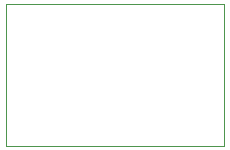
<source format=gbr>
%TF.GenerationSoftware,KiCad,Pcbnew,8.0.3*%
%TF.CreationDate,2024-07-13T19:46:09-07:00*%
%TF.ProjectId,Ultra_Light_II,556c7472-615f-44c6-9967-68745f49492e,rev?*%
%TF.SameCoordinates,PX87782d0PY5923d30*%
%TF.FileFunction,Profile,NP*%
%FSLAX46Y46*%
G04 Gerber Fmt 4.6, Leading zero omitted, Abs format (unit mm)*
G04 Created by KiCad (PCBNEW 8.0.3) date 2024-07-13 19:46:09*
%MOMM*%
%LPD*%
G01*
G04 APERTURE LIST*
%TA.AperFunction,Profile*%
%ADD10C,0.050000*%
%TD*%
G04 APERTURE END LIST*
D10*
X0Y0D02*
X18500000Y0D01*
X18500000Y-12050000D01*
X0Y-12050000D01*
X0Y0D01*
M02*

</source>
